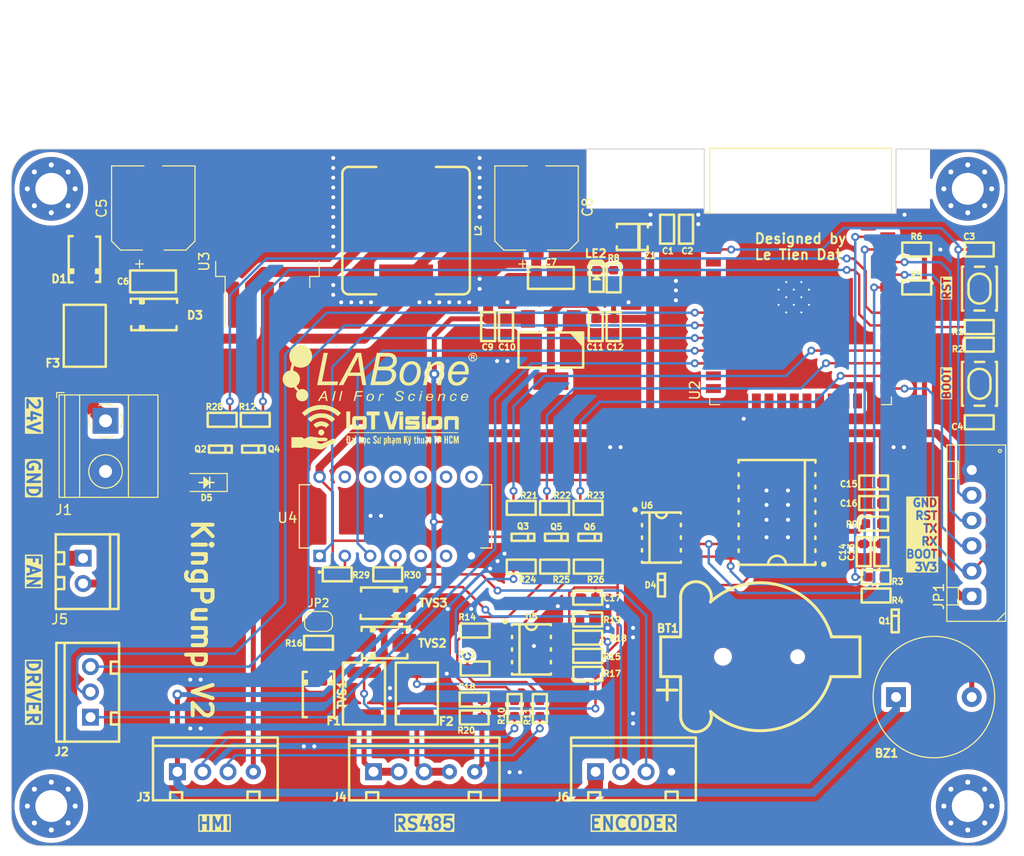
<source format=kicad_pcb>
(kicad_pcb (version 20221018) (generator pcbnew)
  (layers (0 "F.Cu" signal) (31 "B.Cu" signal) (34 "B.Paste" user) (35 "F.Paste" user) (36 "B.SilkS" user "B.Silkscreen") (37 "F.SilkS" user "F.Silkscreen") (38 "B.Mask" user) (39 "F.Mask" user) (44 "Edge.Cuts" user))
  (net 0 "")
  (net 1 "/esp32/BOOT")
  (net 2 "GND")
  (net 3 "Net-(BT1-+)")
  (net 4 "+5V")
  (net 5 "Net-(BZ1-+)")
  (net 6 "+24V")
  (net 7 "+3V3")
  (net 8 "/esp32/RST")
  (net 9 "Net-(J1-Pin_1)")
  (net 10 "Net-(IC1-VBAT)")
  (net 11 "Net-(TVS1-A2)")
  (net 12 "Net-(J4-Pin_1)")
  (net 14 "Net-(IC1-~{INT}{slash}SQW)")
  (net 16 "/esp32/ESP_RXD")
  (net 17 "/esp32/ESP_TXD")
  (net 18 "Net-(Q1-B)")
  (net 19 "/FAN/ENA_FAN")
  (net 20 "/RS485_HMI/espUART.TX")
  (net 21 "/RS485_HMI/TX_485_HMI")
  (net 22 "/RS485_HMI/ENA_HMI")
  (net 23 "/RS485_HMI/espUART.RX")
  (net 24 "/RS485_HMI/RX_485_HMI")
  (net 25 "/RS485_HMI/DE_485_MCU")
  (net 26 "/RS485_HMI/DE_485")
  (net 27 "/esp32/Buzzer")
  (net 28 "Net-(U5-DI)")
  (net 29 "Net-(U5-RO)")
  (net 30 "Net-(U5-A)")
  (net 31 "Net-(U5-B)")
  (net 56 "Net-(LE2-A)")
  (net 57 "/ENCODER/encoder.B")
  (net 58 "/ENCODER/encoder.A")
  (net 59 "/DRIVER/driver.DIR")
  (net 60 "/DRIVER/driver.PUL")
  (net 61 "/DRIVER/driver.ENA")
  (net 62 "/DS3231_EPPROM/i2c.SDA")
  (net 63 "/DS3231_EPPROM/i2c.SCL")
  (net 65 "Net-(D1-A)")
  (net 66 "Net-(D3-K)")
  (net 67 "Net-(J5-Pin_2)")
  (net 68 "Net-(JP2-Pin_1)")
  (net 69 "Net-(JP2-Pin_2)")
  (net 70 "Net-(J4-Pin_5)")
  (net 71 "Net-(J4-Pin_3)")
  (net 72 "Net-(J3-Pin_2)")
  (net 73 "Net-(J3-Pin_3)")
  (net 74 "Net-(J3-Pin_4)")
  (net 75 "Net-(J6-Pin_2)")
  (net 76 "Net-(J6-Pin_3)")
  (footprint "IVS_FOOTPRINTS:SOT23-3" (layer "F.Cu") (at 91.35 89 180)
    (fp_text reference "Q3")
    (fp_text value "N_Mosfet")
  )
  (footprint "IVS_FOOTPRINTS:R_0603" (layer "F.Cu") (at 97.85 100.911392 180)
    (fp_text reference "R15")
    (fp_text value "10K")
  )
  (footprint "IVS_FOOTPRINTS:C_0603" (layer "F.Cu") (at 86.45 105.3)
    (fp_text reference "C18")
    (fp_text value "100nF")
  )
  (footprint "IVS_FOOTPRINTS:Conn_XH-P2.54mm-4P" (layer "F.Cu") (at 102.443 112.55 90)
    (fp_text reference "J6")
    (fp_text value "Conn_01x04")
  )
  (footprint "IVS_FOOTPRINTS:R_0603" (layer "F.Cu") (at 72.7 92.72 180)
    (fp_text reference "R29")
    (fp_text value "4k7")
  )
  (footprint "IVS_FOOTPRINTS:CP_Alu_SMD_8x10.5mm" (layer "F.Cu") (at 54.15 55.9 90)
    (fp_text reference "C5")
    (fp_text value "220uF")
  )
  (footprint "IVS_FOOTPRINTS:CP_Alu_SMD_8x10.5mm" (layer "F.Cu") (at 92.625 55.9 90)
    (fp_text reference "C8")
    (fp_text value "220uF 35V")
  )
  (footprint "IVS_FOOTPRINTS:SOT23-3" (layer "F.Cu") (at 98.05 89 180)
    (fp_text reference "Q6")
    (fp_text value "N_Mosfet")
  )
  (footprint "IVS_FOOTPRINTS:C_0603" (layer "F.Cu") (at 127.325 90.45 -90)
    (fp_text reference "C13")
    (fp_text value "10uF")
  )
  (footprint "IVS_FOOTPRINTS:Fuse_1812_4532Metric" (layer "F.Cu") (at 75.4 104.7 -90)
    (fp_text reference "F1")
    (fp_text value "Polyfuse" hide)
  )
  (footprint "IVS_FOOTPRINTS:IoTVision_Logo_18x5" (layer "F.Cu") (at 76.5 77.95)
    (fp_text reference "REF**" hide)
    (fp_text value "LOGO" hide)
  )
  (footprint "IVS_FOOTPRINTS:SOT233" (layer "F.Cu") (at 94.3 70.25 180)
    (fp_text reference "U1" hide)
    (fp_text value "AMS1117")
  )
  (footprint "IVS_FOOTPRINTS:C_0603" (layer "F.Cu") (at 126.55 83.5 180)
    (fp_text reference "C15")
    (fp_text value "10uF")
  )
  (footprint "IVS_FOOTPRINTS:C_1206" (layer "F.Cu") (at 94.15 62.95)
    (fp_text reference "C7")
    (fp_text value "100nF")
  )
  (footprint "IVS_FOOTPRINTS:D_SMA" (layer "F.Cu") (at 77.5 95.6 180)
    (fp_text reference "TVS3")
    (fp_text value "D_TVS")
  )
  (footprint "IVS_FOOTPRINTS:Buzzer_12x9.5RM7.6" (layer "F.Cu") (at 128.8 105.05)
    (fp_text reference "BZ1")
    (fp_text value "Buzzer")
  )
  (footprint "Package_TO_SOT_SMD:TO-263-5_TabPin3" (layer "F.Cu") (at 65.7 57.975 90)
    (fp_text reference "U3")
    (fp_text value "LM2596S-5")
  )
  (footprint "IVS_FOOTPRINTS:C_0603" (layer "F.Cu") (at 126.55 85.5664)
    (fp_text reference "C16")
    (fp_text value "100nF")
  )
  (footprint "IVS_FOOTPRINTS:R_0603" (layer "F.Cu") (at 86.45 107.1)
    (fp_text reference "R20")
    (fp_text value "1M")
  )
  (footprint "IVS_FOOTPRINTS:SOT23-3" (layer "F.Cu") (at 94.7 89 180)
    (fp_text reference "Q5")
    (fp_text value "N_Mosfet")
  )
  (footprint "IVS_FOOTPRINTS:D_SMA" (layer "F.Cu") (at 47.35 61.2 90)
    (fp_text reference "D1")
    (fp_text value "SS56")
  )
  (footprint "IVS_FOOTPRINTS:R_0603" (layer "F.Cu") (at 97.85 99.086392)
    (fp_text reference "R18")
    (fp_text value "120R")
  )
  (footprint "IVS_FOOTPRINTS:C_0603" (layer "F.Cu") (at 137.15 77.45 180)
    (fp_text reference "C4")
    (fp_text value "100nF")
  )
  (footprint "IVS_FOOTPRINTS:R_0603" (layer "F.Cu") (at 94.525 91.95 180)
    (fp_text reference "R25")
    (fp_text value "4k7")
  )
  (footprint "IVS_FOOTPRINTS:R_0603" (layer "F.Cu") (at 126.8 93.000267)
    (fp_text reference "R3")
    (fp_text value "470R")
  )
  (footprint "IVS_FOOTPRINTS:SOIC-8_3.9x4.9mm_P1.27mm" (layer "F.Cu") (at 105.25 89.04)
    (fp_text reference "U6")
    (fp_text value "24LC256" hide)
  )
  (footprint "IVS_FOOTPRINTS:R_0603" (layer "F.Cu") (at 97.85 97.261392 180)
    (fp_text reference "R19")
    (fp_text value "10K")
  )
  (footprint "IVS_FOOTPRINTS:SW_SPST_PTS810" (layer "F.Cu") (at 137.15 73.55 -90)
    (fp_text reference "BOOT1" hide)
    (fp_text value "SW_Push" hide)
  )
  (footprint "IVS_FOOTPRINTS:R_0603" (layer "F.Cu") (at 130.875 60.1 180)
    (fp_text reference "R6")
    (fp_text value "4K7")
  )
  (footprint "IVS_FOOTPRINTS:SOT23-3" (layer "F.Cu") (at 64.3 80.15 180)
    (fp_text reference "Q4")
    (fp_text value "N_Mosfet")
  )
  (footprint "IVS_FOOTPRINTS:D_SMA" (layer "F.Cu") (at 54.175 66.65)
    (fp_text reference "D3")
    (fp_text value "SS34")
  )
  (footprint "IVS_FOOTPRINTS:R_0603" (layer "F.Cu") (at 91.175 86.05 180)
    (fp_text reference "R21")
    (fp_text value "4k7")
  )
  (footprint "IVS_FOOTPRINTS:C_0603" (layer "F.Cu") (at 87.85 67.84 -90)
    (fp_text reference "C9")
    (fp_text value "10uF")
  )
  (footprint "IVS_FOOTPRINTS:MountingHole_3.2mm_M3_Pad_Via" (layer "F.Cu") (at 136 116)
    (fp_text reference "H4" hide)
    (fp_text value "MountingHole")
  )
  (footprint "IVS_FOOTPRINTS:C_0603" (layer "F.Cu") (at 89.64681 67.84 -90)
    (fp_text reference "C10")
    (fp_text value "100nF")
  )
  (footprint "IVS_FOOTPRINTS:R_0603" (layer "F.Cu") (at 94.525 86.05 180)
    (fp_text reference "R22")
    (fp_text value "4k7")
  )
  (footprint "IVS_FOOTPRINTS:C_0603" (layer "F.Cu") (at 137.15 60.1)
    (fp_text reference "C3")
    (fp_text value "100nF")
  )
  (footprint "IVS_FOOTPRINTS:R_0603" (layer "F.Cu") (at 126.55 87.6328 180)
    (fp_text reference "R9")
    (fp_text value "10k")
  )
  (footprint "IVS_FOOTPRINTS:R_0603" (layer "F.Cu") (at 97.9 91.95 180)
    (fp_text reference "R26")
    (fp_text value "4k7")
  )
  (footprint "IVS_FOOTPRINTS:R_0603" (layer "F.Cu") (at 61.15 77.2 180)
    (fp_text reference "R28")
    (fp_text value "1M")
  )
  (footprint "IVS_FOOTPRINTS:R_0603" (layer "F.Cu") (at 86.55 98.371392)
    (fp_text reference "R14")
    (fp_text value "120R")
  )
  (footprint "IVS_FOOTPRINTS:D_SMA" (layer "F.Cu") (at 77.35 99.6)
    (fp_text reference "TVS2")
    (fp_text value "D_TVS")
  )
  (footprint "IVS_FOOTPRINTS:R_0603" (layer "F.Cu") (at 90.5 106.2 -90)
    (fp_text reference "R10")
    (fp_text value "100R")
  )
  (footprint "IVS_FOOTPRINTS:SOIC-16W_7.5x10.3mm_P1.27mm" (layer "F.Cu") (at 116.85 86.5 180)
    (fp_text reference "IC1" hide)
    (fp_text value "RTC_DS3231M" hide)
  )
  (footprint "IVS_FOOTPRINTS:C_1206" (layer "F.Cu") (at 54.2125 63.3 180)
    (fp_text reference "C6")
    (fp_text value "100nF")
  )
  (footprint "IVS_FOOTPRINTS:R_0603" (layer "F.Cu") (at 93.04 106.2 -90)
    (fp_text reference "R11")
    (fp_text value "100R")
  )
  (footprint "IVS_FOOTPRINTS:R_0603" (layer "F.Cu") (at 137.15 69.65)
    (fp_text reference "R2")
    (fp_text value "10K")
  )
  (footprint "IVS_FOOTPRINTS:D_SMA" (layer "F.Cu") (at 70.8 104.6675 -90)
    (fp_text reference "TVS1")
    (fp_text value "D_TVS")
  )
  (footprint "74HC14:DIP794W45P254L1930H508Q14" (layer "F.Cu") (at 78.55 86.9 90)
    (fp_text reference "U4")
    (fp_text value "SN74HC14N")
  )
  (footprint "IVS_FOOTPRINTS:Conn_XH-P2.54mm-2P" (layer "F.Cu") (at 47.295 92.445)
    (fp_text reference "J5")
    (fp_text value "Conn_01x02")
  )
  (footprint "IVS_FOOTPRINTS:R_0603" (layer "F.Cu") (at 130.875 63.91 180)
    (fp_text reference "R5")
    (fp_text value "4K7")
  )
  (footprint "IVS_FOOTPRINTS:MountingHole_3.2mm_M3_Pad_Via" (layer "F.Cu") (at 44 116)
    (fp_text reference "H2" hide)
    (fp_text value "MountingHole")
  )
  (footprint "IVS_FOOTPRINTS:XH_6P_2.54mm_Vertical" (layer "F.Cu") (at 136.4 94.94 90)
    (fp_text reference "JP1")
    (fp_text value "Conn_01x06_Male")
  )
  (footprint "Jumper:SolderJumper-2_P1.3mm_Open_RoundedPad1.0x1.5mm" (layer "F.Cu") (at 70.825 97.45 180)
    (fp_text reference "JP2")
    (fp_text value "Conn_01x02_Male")
  )
  (footprint "IVS_FOOTPRINTS:SOT23-3" (layer "F.Cu") (at 105.25 93.8 -90)
    (fp_text reference "D4")
    (fp_text value "BAT54C")
  )
  (footprint "IVS_FOOTPRINTS:BatteryHolder_CR1220" (layer "F.Cu") (at 115.175 100.999998 180)
    (fp_text reference "BT1")
    (fp_text value "Battery_Cell" hide)
  )
  (footprint "IVS_FOOTPRINTS:SOT23-3" (layer "F.Cu") (at 60.975 80.15 180)
    (fp_text reference "Q2")
    (fp_text value "N_Mosfet")
  )
  (footprint "IVS_FOOTPRINTS:D_SOD-123F" (layer "F.Cu") (at 102.3675 58.83 180)
    (fp_text reference "Z1")
    (fp_text value "D_Zener" hide)
  )
  (footprint "IVS_FOOTPRINTS:L_Bourns_SRR1260" (layer "F.Cu") (at 79.616666 58.2 -90)
    (fp_text reference "L2")
    (fp_text value "33uH" hide)
  )
  (footprint "IVS_FOOTPRINTS:Conn_XH-P2.54mm-4P" (layer "F.Cu") (at 60.471 112.55 90)
    (fp_text reference "J3")
    (fp_text value "Conn_01x04")
  )
  (footprint "IVS_FOOTPRINTS:R_0603" (layer "F.Cu") (at 91.175 91.95 180)
    (fp_text reference "R24")
    (fp_text value "4k7")
  )
  (footprint "IVS_FOOTPRINTS:Conn_XH-P2.54mm-3P" (layer "F.Cu") (at 47.935 104.535 180)
    (fp_text reference "J2")
    (fp_text value "Conn_01x03")
  )
  (footprint "IVS_FOOTPRINTS:SOT23-3" (layer "F.Cu") (at 128.7125 97.4 -90)
    (fp_text reference "Q1")
    (fp_text value "NPN")
  )
  (footprint "Logo_LABOne_20x6_9mm:LoGo_LABone_20x6_9mm" (layer "F.Cu") (at 76.95 72.5)
    (fp_text reference "G***" hide)
    (fp_text value "LOGO" hide)
  )
  (footprint "IVS_FOOTPRINTS:SOIC-8_3.9x4.9mm_P1.27mm" (layer "F.Cu") (at 92.2 100.276392)
    (fp_text reference "U5")
    (fp_text value "MAX485E" hide)
  )
  (footprint "TerminalBlock_Phoenix:TerminalBlock_Phoenix_MKDS-1,5-2-5.08_1x02_P5.08mm_Horizontal" (layer "F.Cu") (at 49.445 77.305 -90)
    (fp_text reference "J1")
    (fp_text value "Conn_01x02_Pin")
  )
  (footprint "IVS_FOOTPRINTS:R_0603" (layer "F.Cu") (at 137.15 67.8875)
    (fp_text reference "R1")
    (fp_text value "10K")
  )
  (footprint "IVS_FOOTPRINTS:MountingHole_3.2mm_M3_Pad_Via" (layer "F.Cu") (at 136 54)
    (fp_text reference "H3" hide)
    (fp_text value "MountingHole")
  )
  (footprint "IVS_FOOTPRINTS:Fuse_1812_4532Metric" (layer "F.Cu") (at 47.35 68.7625 90)
    (fp_text reference "F3")
    (fp_text value "Polyfuse" hide)
  )
  (footprint "IVS_FOOTPRINTS:R_0603" (layer "F.Cu") (at 70.825 99.6 180)
    (fp_text reference "R16")
    (fp_text value "120R")
  )
  (footprint "IVS_FOOTPRINTS:Fuse_1812_4532Metric" (layer "F.Cu") (at 80.7 104.7 -90)
    (fp_text reference "F2")
    (fp_text value "Polyfuse" hide)
  )
  (footprint "IVS_FOOTPRINTS:R_0603" (layer "F.Cu") (at 77.775 92.72 180)
    (fp_text reference "R30")
    (fp_text value "4k7")
  )
  (footprint "Conn_XH-P2.54-5P:Conn_XH-P2.54mm-5P" (layer "F.Cu") (at 81.457 112.265 90)
    (fp_text reference "J4")
    (fp_text value "Conn_01x05_Male")
  )
  (footprint "IVS_FOOTPRINTS:R_0603" (layer "F.Cu") (at 97.85 102.717088)
    (fp_text reference "R17")
    (fp_text value "120R")
  )
  (footprint "IVS_FOOTPRINTS:R_0603" (layer "F.Cu") (at 86.55 102.181392)
    (fp_text reference "R13")
    (fp_text value "120R")
  )
  (footprint "IVS_FOOTPRINTS:C_0603" (layer "F.Cu") (at 125.55 90.45 90)
    (fp_text reference "C14")
    (fp_text value "100nF")
  )
  (footprint "IVS_FOOTPRINTS:MountingHole_3.2mm_M3_Pad_Via" (layer "F.Cu") (at 44 54)
    (fp_text reference "H1" hide)
    (fp_text value "MountingHole")
  )
  (footprint "IVS_FOOTPRINTS:SOD-123F" (layer "F.Cu") (at 59.58 83.5 180)
    (fp_text reference "D5")
    (fp_text value "D_Diode")
  )
  (footprint "IVS_FOOTPRINTS:C_0603" (layer "F.Cu") (at 98.65 67.84 -90)
    (fp_text reference "C11")
    (fp_text value "10uF")
  )
  (footprint "IVS_FOOTPRINTS:SW_SPST_PTS810" (layer "F.Cu") (at 137.15 63.9875 -90)
    (fp_text reference "RST1" hide)
    (fp_text value "SW_Push" hide)
  )
  (footprint "IVS_FOOTPRINTS:C_0603" (layer "F.Cu") (at 107.7175 58.055 90)
    (fp_text reference "C2")
    (fp_text value "100nF")
  )
  (footprint "IVS_FOOTPRINTS:R_0603" (layer "F.Cu") (at 126.8 94.85 180)
    (fp_text reference "R4")
    (fp_text value "10K")
  )
  (footprint "IVS_FOOTPRINTS:R_0603" (layer "F.Cu") (at 97.875 86.05 180)
    (fp_text reference "R23")
    (fp_text value "4k7")
  )
  (footprint "IVS_FOOTPRINTS:C_0603" (layer "F.Cu") (at 100.44681 67.84 -90)
    (fp_text reference "C12")
    (fp_text value "100nF")
  )
  (footprint "IVS_FOOTPRINTS:R_0603" (layer "F.Cu") (at 64.475 77.2)
    (fp_text reference "R12")
    (fp_text value "100R")
  )
  (footprint "IVS_FOOTPRINTS:C_0603" (layer "F.Cu") (at 105.8175 58.055 90)
    (fp_text reference "C1")
    (fp_text value "10uF")
  )
  (footprint "IVS_FOOTPRINTS:LED_0603" (layer "F.Cu") (at 98.75 62.95 -90)
    (fp_text reference "LE2")
    (fp_text value "Led")
  )
  (footprint "RF_Module:ESP32-WROOM-32" (layer "F.Cu") (at 119.2175 65.8)
    (fp_text reference "U2")
    (fp_text value "ESP32-WROOM-32D")
  )
  (footprint "IVS_FOOTPRINTS:C_0603" (layer "F.Cu") (at 97.85 95.075 180)
    (fp_text reference "C17")
    (fp_text value "1uF")
  )
  (footprint "IVS_FOOTPRINTS:R_0603" (layer "F.Cu") (at 100.44681 62.95 90)
    (fp_text reference "R8")
    (fp_text value "1K5")
  )
  (gr_line (start 109.55 56.475) (end 128.8 56.475) (stroke (width 0.1)) (layer "Edge.Cuts"))
  (gr_arc (start 140 117) (mid 139.12132 119.12132) (end 137 120) (stroke (width 0.1)) (layer "Edge.Cuts"))
  (gr_line (start 140 117) (end 140 53) (stroke (width 0.1)) (layer "Edge.Cuts"))
  (gr_arc (start 137 50) (mid 139.12132 50.87868) (end 140 53) (stroke (width 0.1)) (layer "Edge.Cuts"))
  (gr_line (start 128.8 56.475) (end 128.8 50) (stroke (width 0.1)) (layer "Edge.Cuts"))
  (gr_line (start 128.8 50) (end 137 50) (stroke (width 0.1)) (layer "Edge.Cuts"))
  (gr_line (start 109.55 50) (end 109.55 56.475) (stroke (width 0.1)) (layer "Edge.Cuts"))
  (gr_line (start 40 53) (end 40 117) (stroke (width 0.1)) (layer "Edge.Cuts"))
  (gr_line (start 43 120) (end 137 120) (stroke (width 0.1)) (layer "Edge.Cuts"))
  (gr_line (start 43 50) (end 109.55 50) (stroke (width 0.1)) (layer "Edge.Cuts"))
  (gr_arc (start 40 53) (mid 40.87868 50.87868) (end 43 50) (stroke (width 0.1)) (layer "Edge.Cuts"))
  (gr_arc (start 43 120) (mid 40.87868 119.12132) (end 40 117) (stroke (width 0.1)) (layer "Edge.Cuts"))
  (gr_text "KingPump V2\n" (at 57.925 87 270) (layer "F.SilkS") (effects (font (size 2 2) (thickness 0.4) bold) (justify left bottom)))
  (gr_text "DRIVER" (at 41.45 101.103691 270) (layer "F.SilkS" knockout) (effects (font (size 1.25 1.25) (thickness 0.25) bold) (justify left bottom)))
  (gr_text "RS485\n" (at 78.263548 118.5) (layer "F.SilkS" knockout) (effects (font (size 1.25 1.25) (thickness 0.25) bold) (justify left bottom)))
  (gr_text "HMI" (at 58.557309 118.5) (layer "F.SilkS" knockout) (effects (font (size 1.25 1.25) (thickness 0.25) bold) (justify left bottom)))
  (gr_text "RST" (at 134.35 65.243215 90) (layer "F.SilkS" knockout) (effects (font (size 0.8 0.8) (thickness 0.2) bold) (justify left bottom)))
  (gr_text "GND\nRST\nTX\nRX\nBOOT\n3V3" (at 133.05 92.45) (layer "F.SilkS" knockout) (effects (font (size 0.8 0.8) (thickness 0.2) bold) (justify right bottom)))
  (gr_text "Designed by\nLe Tien Dat" (at 114.496071 61.2) (layer "F.SilkS") (effects (font (size 1 1) (thickness 0.2) bold) (justify left bottom)))
  (gr_text "BOOT" (at 134.35 75.262857 90) (layer "F.SilkS" knockout) (effects (font (size 0.8 0.8) (thickness 0.2) bold) (justify left bottom)))
  (gr_text "GND\n" (at 41.45 81 270) (layer "F.SilkS" knockout) (effects (font (size 1.25 1.25) (thickness 0.25) bold) (justify left bottom)))
  (gr_text "24V" (at 41.45 74.85 270) (layer "F.SilkS" knockout) (effects (font (size 1.25 1.25) (thickness 0.25) bold) (justify left bottom)))
  (gr_text "ENCODER\n" (at 97.940024 118.5) (layer "F.SilkS" knockout) (effects (font (size 1.25 1.25) (thickness 0.25) bold) (justify left bottom)))
  (gr_text "FAN" (at 41.45 90.541309 270) (layer "F.SilkS" knockout) (effects (font (size 1.25 1.25) (thickness 0.25) bold) (justify left bottom)))
  (segment (start 138.25 75.8875) (end 138.25 77.125) (width 0.25) (layer "F.Cu") (net 1))
  (segment (start 138.25 71.2375) (end 138.25 69.975) (width 0.25) (layer "F.Cu") (net 1))
  (segment (start 138.25 75.8875) (end 138.25 71.2375) (width 0.25) (layer "F.Cu") (net 1))
  (segment (start 138.25 69.975) (end 137.925 69.65) (width 0.25) (layer "F.Cu") (net 1))
  (segment (start 137.925 77.45) (end 137.925 90.875) (width 0.25) (layer "F.Cu") (net 1))
  (segment (start 127.9775 74.06) (end 129.64 74.06) (width 0.25) (layer "F.Cu") (net 1))
  (segment (start 137.925 90.875) (end 136.4 92.4) (width 0.25) (layer "F.Cu") (net 1))
  (segment (start 138.25 77.125) (end 137.925 77.45) (width 0.25) (layer "F.Cu") (net 1))
  (segment (start 129.64 74.06) (end 129.65 74.07) (width 0.25) (layer "F.Cu") (net 1))
  (via blind (at 129.65 74.07) (size 0.8) (drill 0.4) (layers "F.Cu" "B.Cu") (net 1))
  (segment (start 132.5 89.45) (end 132.5 74.65) (width 0.25) (layer "B.Cu") (net 1))
  (segment (start 135.45 92.4) (end 132.5 89.45) (width 0.25) (layer "B.Cu") (net 1))
  (segment (start 136.4 92.4) (end 135.45 92.4) (width 0.25) (layer "B.Cu") (net 1))
  (segment (start 131.92 74.07) (end 129.65 74.07) (width 0.25) (layer "B.Cu") (net 1))
  (segment (start 132.5 74.65) (end 131.92 74.07) (width 0.25) (layer "B.Cu") (net 1))
  (segment (start 113.5075 75.31) (end 113.5075 77.1) (width 0.25) (layer "F.Cu") (net 2))
  (via blind (at 72.3 54.85) (size 0.8) (drill 0.4) (layers "F.Cu" "B.Cu") (net 2))
  (via blind (at 85.95 65.4) (size 0.8) (drill 0.4) (layers "F.Cu" "B.Cu") (net 2))
  (via blind (at 72.3 55.85) (size 0.8) (drill 0.4) (layers "F.Cu" "B.Cu") (net 2))
  (via blind (at 87 64.05) (size 0.8) (drill 0.4) (layers "F.Cu" "B.Cu") (net 2))
  (via blind (at 72.3 56.833333) (size 0.8) (drill 0.4) (layers "F.Cu" "B.Cu") (net 2))
  (via blind (at 78 104.15) (size 0.8) (drill 0.4) (layers "F.Cu" "B.Cu") (net 2))
  (via blind (at 70.4 110) (size 0.8) (drill 0.4) (layers "F.Cu" "B.Cu") (net 2))
  (via blind (at 87 52.883333) (size 0.8) (drill 0.4) (layers "F.Cu" "B.Cu") (net 2))
  (via blind (at 102.4 99.05) (size 0.8) (drill 0.4) (layers "F.Cu" "B.Cu") (net 2))
  (via blind (at 99.85 95.925) (size 0.8) (drill 0.4) (layers "F.Cu" "B.Cu") (net 2))
  (via blind (at 90 112.6) (size 0.8) (drill 0.4) (layers "F.Cu" "B.Cu") (net 2))
  (via blind (at 72.3 57.816666) (size 0.8) (drill 0.4) (layers "F.Cu" "B.Cu") (net 2))
  (via blind (at 100.1 79.95) (size 0.8) (drill 0.4) (layers "F.Cu" "B.Cu") (net 2))
  (via blind (at 89.8 65.4) (size 0.8) (drill 0.4) (layers "F.Cu" "B.Cu") (net 2))
  (via blind (at 87 54.85) (size 0.8) (drill 0.4) (layers "F.Cu" "B.Cu") (net 2))
  (via blind (at 57.95 108.2) (size 0.8) (drill 0.4) (layers "F.Cu" "B.Cu") (net 2))
  (via blind (at 59 103.3) (size 0.8) (drill 0.4) (layers "F.Cu" "B.Cu") (net 2))
  (via blind (at 108.95 57.55) (size 0.8) (drill 0.4) (layers "F.Cu" "B.Cu") (net 2))
  (via blind (at 88.8 91.4) (size 0.8) (drill 0.4) (layers "F.Cu" "B.Cu") (net 2))
  (via blind (at 88.05 92.15) (size 0.8) (drill 0.4) (layers "F.Cu" "B.Cu") (net 2))
  (via blind (at 129.6 79.95) (size 0.8) (drill 0.4) (layers "F.Cu" "B.Cu") (net 2))
  (via blind (at 72.3 51.9) (size 0.8) (drill 0.4) (layers "F.Cu" "B.Cu") (net 2))
  (via blind (at 115.8 89) (size 0.8) (drill 0.4) (layers "F.Cu" "B.Cu") (net 2))
  (via blind (at 83.95 65.4) (size 0.8) (drill 0.4) (layers "F.Cu" "B.Cu") (net 2))
  (via blind (at 133.25 60.1) (size 0.8) (drill 0.4) (layers "F.Cu" "B.Cu") (net 2))
  (via blind (at 102.4 107.7) (size 0.8) (drill 0.4) (layers "F.Cu" "B.Cu") (net 2))
  (via blind (at 82.95 65.4) (size 0.8) (drill 0.4) (layers "F.Cu" "B.Cu") (net 2))
  (via blind (at 115.8 84.3) (size 0.8) (drill 0.4) (layers "F.Cu" "B.Cu") (net 2))
  (via blind (at 77.1 86.85) (size 0.8) (drill 0.4) (layers "F.Cu" "B.Cu") (net 2))
  (via blind (at 80.95 65.4) (size 0.8) (drill 0.4) (layers "F.Cu" "B.Cu") (net 2))
  (via blind (at 72.3 53.866666) (size 0.8) (drill 0.4) (layers "F.Cu" "B.Cu") (net 2))
  (via blind (at 106.7 63.25) (size 0.8) (drill 0.4) (layers "F.Cu" "B.Cu") (net 2))
  (via blind (at 117.95 89) (size 0.8) (drill 0.4) (layers "F.Cu" "B.Cu") (net 2))
  (via blind (at 113.5075 77.1) (size 0.8) (drill 0.4) (layers "F.Cu" "B.Cu") (net 2))
  (via blind (at 87 51.9) (size 0.8) (drill 0.4) (layers "F.Cu" "B.Cu") (net 2))
  (via blind (at 106.7 65.2) (size 0.8) (drill 0.4) (layers "F.Cu" "B.Cu") (net 2))
  (via blind (at 101.95 65.4) (size 0.8) (drill 0.4) (layers "F.Cu" "B.Cu") (net 2))
  (via blind (at 101.15 79.95) (size 0.8) (drill 0.4) (layers "F.Cu" "B.Cu") (net 2))
  (via blind (at 115.8 87.25) (size 0.8) (drill 0.4) (layers "F.Cu" "B.Cu") (net 2))
  (via blind (at 73.1 65.4) (size 0.8) (drill 0.4) (layers "F.Cu" "B.Cu") (net 2))
  (via blind (at 81.966666 65.4) (size 0.8) (drill 0.4) (layers "F.Cu" "B.Cu") (net 2))
  (via blind (at 104.15 56.6) (size 0.8) (drill 0.4) (layers "F.Cu" "B.Cu") (net 2))
  (via blind (at 87 63.05) (size 0.8) (drill 0.4) (layers "F.Cu" "B.Cu") (net 2))
  (via blind (at 117.95 85.75) (size 0.8) (drill 0.4) (layers "F.Cu" "B.Cu") (net 2))
  (via blind (at 86.15 96.2) (size 0.8) (drill 0.4) (layers "F.Cu" "B.Cu") (net 2))
  (via blind (at 88.75 71.3) (size 0.8) (drill 0.4) (layers "F.Cu" "B.Cu") (net 2))
  (via blind (at 72.3 50.9) (size 0.8) (drill 0.4) (layers "F.Cu" "B.Cu") (net 2))
  (via blind (at 89.8 71.3) (size 0.8) (drill 0.4) (layers "F.Cu" "B.Cu") (net 2))
  (via blind (at 76.1 65.4) (size 0.8) (drill 0.4) (layers "F.Cu" "B.Cu") (net 2))
  (via blind (at 91.05 112.6) (size 0.8) (drill 0.4) (layers "F.Cu" "B.Cu") (net 2))
  (via blind (at 129.65 56.6) (size 0.8) (drill 0.4) (layers "F.Cu" "B.Cu") (net 2))
  (via blind (at 59 108.2) (size 0.8) (drill 0.4) (layers "F.Cu" "B.Cu") (net 2))
  (via blind (at 72.3 64.65) (size 0.8) (drill 0.4) (layers "F.Cu" "B.Cu") (net 2))
  (via blind (at 75.1 65.4) (size 0.8) (drill 0.4) (layers "F.Cu" "B.Cu") (net 2))
  (via blind (at 87 56.833333) (size 0.8) (drill 0.4) (layers "F.Cu" "B.Cu") (net 2))
  (via blind (at 78 105.15) (size 0.8) (drill 0.4) (layers "F.Cu" "B.Cu") (net 2))
  (via blind (at 89.5 90.65) (size 0.8) (drill 0.4) (layers "F.Cu" "B.Cu") (net 2))
  (via blind (at 57.95 103.3) (size 0.8) (drill 0.4) (layers "F.Cu" "B.Cu") (net 2))
  (via blind (at 72.3 52.883333) (size 0.8) (drill 0.4) (layers "F.Cu" "B.Cu") (net 2))
  (via blind (at 99.85 98.125) (size 0.8) (drill 0.4) (layers "F.Cu" "B.Cu") (net 2))
  (via blind (at 83.8 96.2) (size 0.8) (drill 0.4) (layers "F.Cu" "B.Cu") (net 2))
  (via blind (at 102.4 98.1) (size 0.8) (drill 0.4) (layers "F.Cu" "B.Cu") (net 2))
  (via blind (at 72.3 58.8) (size 0.8) (drill 0.4) (layers "F.Cu" "B.Cu") (net 2))
  (via blind (at 76.05 86.85) (size 0.8) (drill 0.4) (layers "F.Cu" "B.Cu") (net 2))
  (via blind (at 87 50.9) (size 0.8) (drill 0.4) (layers "F.Cu" "B.Cu") (net 2))
  (via blind (at 106.7 64.2) (size 0.8) (drill 0.4) (layers "F.Cu" "B.Cu") (net 2))
  (via blind (at 87 55.85) (size 0.8) (drill 0.4) (layers "F.Cu" "B.Cu") (net 2))
  (via blind (at 117.95 87.25) (size 0.8) (drill 0.4) (layers "F.Cu" "B.Cu") (net 2))
  (via blind (at 69.35 110) (size 0.8) (drill 0.4) (layers "F.Cu" "B.Cu") (net 2))
  (via blind (at 74.116666 65.4) (size 0.8) (drill 0.4) (layers "F.Cu" "B.Cu") (net 2))
  (via blind (at 108.95 56.6) (size 0.8) (drill 0.4) (layers "F.Cu" "B.Cu") (net 2))
  (via blind (at 117.95 84.3) (size 0.8) (drill 0.4) (layers "F.Cu" "B.Cu") (net 2))
  (via blind (at 92.45 99.925) (size 0.8) (drill 0.4) (layers "F.Cu" "B.Cu") (net 2))
  (via blind (at 84.95 65.4) (size 0.8) (drill 0.4) (layers "F.Cu" "B.Cu") (net 2))
  (via blind (at 128.55 79.95) (size 0.8) (drill 0.4) (layers "F.Cu" "B.Cu") (net 2))
  (via blind (at 104.15 57.55) (size 0.8) (drill 0.4) (layers "F.Cu" "B.Cu") (net 2))
  (via blind (at 72.3 63.666666) (size 0.8) (drill 0.4) (layers "F.Cu" "B.Cu") (net 2))
  (via blind (at 72.3 59.8) (size 0.8) (drill 0.4) (layers "F.Cu" "B.Cu") (net 2))
  (via blind (at 87 53.866666) (size 0.8) (drill 0.4) (layers "F.Cu" "B.Cu") (net 2))
  (via blind (at 83.7 102.7) (size 0.8) (drill 0.4) (layers "F.Cu" "B.Cu") (net 2))
  (via blind (at 115.8 85.75) (size 0.8) (drill 0.4) (layers "F.Cu" "B.Cu") (net 2))
  (via blind (at 94.85 95.925) (size 0.8) (drill 0.4) (layers "F.Cu" "B.Cu") (net 2))
  (via blind (at 102.4 106.7) (size 0.8) (drill 0.4) (layers "F.Cu" "B.Cu") (net 2))
  (segment (start 107.7506 97.8506) (end 107.7506 100.5) (width 0.5) (layer "F.Cu") (net 3))
  (segment (start 104.65 94.75) (end 107.7506 97.8506) (width 0.5) (layer "F.Cu") (net 3))
  (segment (start 91.4 88.95) (end 94.65 88.95) (width 0.25) (layer "F.Cu") (net 4))
  (segment (start 92.675 62.95) (end 89.95 62.95) (width 1) (layer "F.Cu") (net 4))
  (segment (start 94.675 98.371392) (end 95.728608 98.371392) (width 0.25) (layer "F.Cu") (net 4))
  (segment (start 56.661 104.8) (end 56.661 112.55) (width 0.5) (layer "F.Cu") (net 4))
  (segment (start 89.95 62.95) (end 87.85 65.05) (width 1) (layer "F.Cu") (net 4))
  (segment (start 98.75 89.5) (end 98.75 91.875) (width 0.25) (layer "F.Cu") (net 4))
  (segment (start 67.4 68.1) (end 68.35 69.05) (width 1) (layer "F.Cu") (net 4))
  (segment (start 91.4 88.95) (end 92.1 88.95) (width 0.25) (layer "F.Cu") (net 4))
  (segment (start 67.4 65.625) (end 67.4 68.1) (width 1) (layer "F.Cu") (net 4))
  (segment (start 92.675 59.1) (end 92.675 62.95) (width 1) (layer "F.Cu") (net 4))
  (segment (start 100.85 92.85) (end 99.95 91.95) (width 0.25) (layer "F.Cu") (net 4))
  (segment (start 75.4 69.05) (end 79.616666 64.833334) (width 1) (layer "F.Cu") (net 4))
  (segment (start 79.616666 64.833334) (end 79.616666 63.05) (width 1) (layer "F.Cu") (net 4))
  (segment (start 79.616666 63.05) (end 83.566666 59.1) (width 1) (layer "F.Cu") (net 4))
  (segment (start 100.85 99.55) (end 100.85 92.85) (width 0.25) (layer "F.Cu") (net 4))
  (segment (start 87.85 65.05) (end 87.85 67.065) (width 1) (layer "F.Cu") (net 4))
  (segment (start 84.135 67.065) (end 87.85 67.065) (width 0.5) (layer "F.Cu") (net 4))
  (segment (start 99.488608 100.911392) (end 100.85 99.55) (width 0.25) (layer "F.Cu") (net 4))
  (segment (start 99.95 91.95) (end 98.675 91.95) (width 0.25) (layer "F.Cu") (net 4))
  (segment (start 92.05 91.85) (end 91.95 91.95) (width 0.25) (layer "F.Cu") (net 4))
  (segment (start 98.625 95.075) (end 98.625 94.05) (width 0.25) (layer "F.Cu") (net 4))
  (segment (start 98.625 100.911392) (end 99.488608 100.911392) (width 0.25) (layer "F.Cu") (net 4))
  (segment (start 96 98.1) (end 96 94.575) (width 0.25) (layer "F.Cu") (net 4))
  (segment (start 87.85 67.065) (end 89.64681 67.065) (width 1) (layer "F.Cu") (net 4))
  (segment (start 98.75 91.875) (end 98.675 91.95) (width 0.25) (layer "F.Cu") (net 4))
  (segment (start 82.45 72.6) (end 82.45 68.75) (width 0.5) (layer "F.Cu") (net 4))
  (segment (start 95.45 88.95) (end 95.45 91.8) (width 0.25) (layer "F.Cu") (net 4))
  (segment (start 82.45 68.75) (end 84.135 67.065) (width 0.5) (layer "F.Cu") (net 4))
  (segment (start 92.1 88.95) (end 92.05 89) (width 0.25) (layer "F.Cu") (net 4))
  (segment (start 83.566666 59.1) (end 92.675 59.1) (width 1) (layer "F.Cu") (net 4))
  (segment (start 96.525 94.05) (end 98.625 94.05) (width 0.25) (layer "F.Cu") (net 4))
  (segment (start 94.65 88.95) (end 98.2 88.95) (width 0.25) (layer "F.Cu") (net 4))
  (segment (start 95.728608 98.371392) (end 96 98.1) (width 0.25) (layer "F.Cu") (net 4))
  (segment (start 68.35 69.05) (end 75.4 69.05) (width 1) (layer "F.Cu") (net 4))
  (segment (start 85.75 88.95) (end 91.4 88.95) (width 0.25) (layer "F.Cu") (net 4))
  (segment (start 96 94.575) (end 96.525 94.05) (width 0.25) (layer "F.Cu") (net 4))
  (segment (start 98.2 88.95) (end 98.75 89.5) (width 0.25) (layer "F.Cu") (net 4))
  (segment (start 84.25 87.45) (end 85.75 88.95) (width 0.25) (layer "F.Cu") (net 4))
  (segment (start 89.64681 67.065) (end 91.85 67.065) (width 1) (layer "F.Cu") (net 4))
  (segment (start 92.05 89) (end 92.05 91.85) (width 0.25) (layer "F.Cu") (net 4))
  (segment (start 95.45 91.8) (end 95.3 91.95) (width 0.25) (layer "F.Cu") (net 4))
  (segment (start 82.4 87.45) (end 84.25 87.45) (width 0.25) (layer "F.Cu") (net 4))
  (segment (start 98.625 94.05) (end 100.85 94.05) (width 0.25) (layer "F.Cu") (net 4))
  (segment (start 94.65 88.95) (end 95.45 88.95) (width 0.25) (layer "F.Cu") (net 4))
  (via blind (at 82.4 87.45) (size 0.8) (drill 0.4) (layers "F.Cu" "B.Cu") (net 4))
  (via blind (at 82.45 72.6) (size 1) (drill 0.5) (layers "F.Cu" "B.Cu") (net 4))
  (via blind (at 56.661 104.8) (size 1) (drill 0.5) (layers "F.Cu" "B.Cu") (net 4))
  (segment (start 57.525 114.65) (end 56.661 113.786) (width 0.8) (layer "B.Cu") (net 4))
  (segment (start 56.661 113.786) (end 56.661 112.55) (width 0.8) (layer "B.Cu") (net 4))
  (segment (start 82.4 87.45) (end 82.4 72.65) (width 0.5) (layer "B.Cu") (net 4))
  (segment (start 128.8 105.05) (end 128.8 106.325) (width 0.8) (layer "B.Cu") (net 4))
  (segment (start 82.4 72.65) (end 82.45 72.6) (width 0.5) (layer "B.Cu") (net 4))
  (segment (start 120.475 114.65) (end 57.525 114.65) (width 0.8) (layer "B.Cu") (net 4))
  (segment (start 82.4 93.65) (end 71.25 104.8) (width 0.5) (layer "B.Cu") (net 4))
  (segment (start 82.4 87.45) (end 82.4 93.65) (width 0.5) (layer "B.Cu") (net 4))
  (segment (start 128.8 106.325) (end 120.475 114.65) (width 0.8) (layer "B.Cu") (net 4))
  (segment (start 71.25 104.8) (end 56.661 104.8) (width 0.5) (layer "B.Cu") (net 4))
  (segment (start 131.35 97.4) (end 136.4 102.45) (width 0.5) (layer "F.Cu") (net 5))
  (segment (start 129.85 97.4) (end 131.35 97.4) (width 0.5) (layer "F.Cu") (net 5))
  (segment (start 136.4 102.45) (end 136.4 105.05) (width 0.5) (layer "F.Cu") (net 5))
  (segment (start 47.195 91.105) (end 44.005 91.105) (width 1.5) (layer "F.Cu") (net 6))
  (segment (start 44.005 91.105) (end 44 91.1) (width 1.5) (layer "F.Cu") (net 6))
  (segment (start 44 107.4) (end 54 117.4) (width 1.5) (layer "F.Cu") (net 6))
  (segment (start 47.35 59.1) (end 54.2 59.1) (width 1.5) (layer "F.Cu") (net 6))
  (segment (start 55.6875 63.3) (end 55.6875 60.2125) (width 1.5) (layer "F.Cu") (net 6))
  (segment (start 55.6875 60.2125) (end 54.575 59.1) (width 1.5) (layer "F.Cu") (net 6))
  (segment (start 95.4 117.4) (end 98.633 114.167) (width 1.5) (layer "F.Cu") (net 6))
  (segment (start 53.8 87.1) (end 57.4 83.5) (width 0.8) (layer "F.Cu") (net 6))
  (segment (start 44 89.15) (end 44 91.1) (width 1.5) (layer "F.Cu") (net 6))
  (segment (start 62.3 64.35) (end 62.3 65.625) (width 1) (layer "F.Cu") (net 6))
  (segment (start 44 87.3) (end 44 89.15) (width 1.5) (layer "F.Cu") (net 6))
  (segment (start 61.25 63.3) (end 62.3 64.35) (width 1) (layer "F.Cu") (net 6))
  (segment (start 44 91.1) (end 44 107.4) (width 1.5) (layer "F.Cu") (net 6))
  (segment (start 44.2 87.1) (end 53.8 87.1) (width 0.8) (layer "F.Cu") (net 6))
  (segment (start 44 87.3) (end 44 61.5) (width 1.5) (layer "F.Cu") (net 6))
  (segment (start 54.575 59.1) (end 54.2 59.1) (width 1.5) (layer "F.Cu") (net 6))
  (segment (start 46.4 59.1) (end 47.35 59.1) (width 1.5) (layer "F.Cu") (net 6))
  (segment (start 54 117.4) (end 95.4 117.4) (width 1.5) (layer "F.Cu") (net 6))
  (segment (start 55.6875 63.3) (end 61.25 63.3) (width 1) (layer "F.Cu") (net 6))
  (segment (start 57.4 83.5) (end 58.175 83.5) (width 0.8) (layer "F.Cu") (net 6))
  (segment (start 98.633 114.167) (end 98.633 112.55) (width 1.5) (layer "F.Cu") (net 6))
  (segment (start 44 61.5) (end 46.4 59.1) (width 1.5) (layer "F.Cu") (net 6))
  (segment (start 131.65 78.55) (end 127.35 78.55) (width 0.8) (layer "F.Cu") (net 7))
  (segment (start 74.35 78.55) (end 70.93 81.97) (width 0.8) (layer "F.Cu") (net 7))
  (segment (start 77 92.72) (end 77.3 92.42) (width 0.25) (layer "F.Cu") (net 7))
  (segment (start 107.7175 58.83) (end 110.417501 58.83) (width 0.8) (layer "F.Cu") (net 7))
  (segment (start 131.65 78.55) (end 132.85 78.55) (width 0.8) (layer "F.Cu") (net 7))
  (segment (start 98.65 67.065) (end 100.44681 67.065) (width 0.8) (layer "F.Cu") (net 7))
  (segment (start 127.325 78.575) (end 127.35 78.55) (width 0.25) (layer "F.Cu") (net 7))
  (segment (start 97.9 65.55) (end 98.65 66.3) (width 0.8) (layer "F.Cu") (net 7))
  (segment (start 127.325 87.6328) (end 127.325 89.675) (width 0.5) (layer "F.Cu") (net 7))
  (segment (start 135.265 94.94) (end 136.4 94.94) (width 0.8) (layer "F.Cu") (net 7))
  (segment (start 95.185 65.55) (end 97.9 65.55) (width 0.8) (layer "F.Cu") (net 7))
  (segment (start 92.7 83.25) (end 98.35 83.25) (width 0.25) (layer "F.Cu") (net 7))
  (segment (start 98.65 86.05) (end 98.65 83.25) (width 0.25) (layer "F.Cu") (net 7))
  (segment (start 91.95 84) (end 92.7 83.25) (width 0.25) (layer "F.Cu") (net 7))
  (segment (start 95.3 86.05) (end 95.65 86.4) (width 0.25) (layer "F.Cu") (net 7))
  (segment (start 125.55 89.675) (end 127.325 89.675) (width 0.5) (layer "F.Cu") (net 7))
  (segment (start 107.725 87.135) (end 107.725 78.575) (width 0.5) (layer "F.Cu") (net 7))
  (segment (start 100.44681 67.065) (end 100.44681 63.725) (width 0.5) (layer "F.Cu") (net 7))
  (segment (start 70.93 82.93) (end 70.93 83.13) (width 0.25) (layer "F.Cu") (net 7))
  (segment (start 131.65 60.1) (end 131.65 63.91) (width 0.5) (layer "F.Cu") (net 7))
  (segment (start 98.65 66.3) (end 98.65 67.065) (width 0.8) (layer "F.Cu") (net 7))
  (segment (start 72.25 92.395) (end 71.925 92.72) (width 0.25) (layer "F.Cu") (net 7))
  (segment (start 104.1175 58.83) (end 105.8175 58.83) (width 0.8) (layer "F.Cu") (net 7))
  (segment (start 127.325 83.5) (end 127.325 78.575) (width 0.5) (layer "F.Cu") (net 7))
  (segment (start 91.95 86.05) (end 91.95 84) (width 0.25) (layer "F.Cu") (net 7))
  (segment (start 77.3 90.2) (end 76.45 89.35) (width 0.25) (layer "F.Cu") (net 7))
  (segment (start 92.3 86.4) (end 92.3 87.8625) (width 0.25) (layer "F.Cu") (net 7))
  (segment (start 77.3 92.42) (end 77.3 90.2) (width 0.25) (layer "F.Cu") (net 7))
  (segment (start 104.1125 92.85) (end 105.6 92.85) (width 0.5) (layer "F.Cu") (net 7))
  (segment (start 106.25 92.2) (end 106.25 87.55) (width 0.5) (layer "F.Cu") (net 7))
  (segment (start 94.15 67.065) (end 94.15 66.585) (width 0.8) (layer "F.Cu") (net 7))
  (segment (start 127.35 78.55) (end 107.75 78.55) (width 0.8) (layer "F.Cu") (net 7))
  (segment (start 72.25 84.45) (end 72.25 89.35) (width 0.25) (layer "F.Cu") (net 7))
  (segment (start 106.25 87.55) (end 106.665 87.135) (width 0.5) (layer "F.Cu") (net 7))
  (segment (start 127.325 85.5664) (end 127.325 83.5) (width 0.5) (layer "F.Cu") (net 7))
  (segment (start 98.65 86.05) (end 99 86.4) (width 0.25) (layer "F.Cu") (net 7))
  (segment (start 136.375 67.8875) (end 131.6625 67.8875) (width 0.25) (layer "F.Cu") (net 7))
  (segment (start 94.15 67.065) (end 94.15 73.315) (width 0.8) (layer "F.Cu") (net 7))
  (segment (start 125.55 89.675) (end 121.5 89.675) (width 0.5) (layer "F.Cu") (net 7))
  (segment (start 72.25 89.35) (end 72.25 92.395) (width 0.25) (layer "F.Cu") (net 7))
  (segment (start 98.35 83.25) (end 98.65 83.25) (width 0.25) (layer "F.Cu") (net 7))
  (segment (start 131.6625 67.8875) (end 131.65 67.9) (width 0.25) (layer "F.Cu") (net 7))
  (segment (start 132.85 78.55) (end 134.3 80) (width 0.8) (layer "F.Cu") (net 7))
  (segment (start 91.95 86.05) (end 92.3 86.4) (width 0.25) (layer "F.Cu") (net 7))
  (segment (start 131.65 67.9) (end 131.65 78.55) (width 0.5) (layer "F.Cu") (net 7))
  (segment (start 95.65 86.4) (end 95.65 87.8625) (width 0.25) (layer "F.Cu") (net 7))
  (segment (start 131.65 63.91) (end 131.65 67.9) (width 0.5) (layer "F.Cu") (net 7))
  (segment (start 98.65 78.55) (end 74.35 78.55) (width 0.8) (layer "F.Cu") (net 7))
  (segment (start 136.375 67.8875) (end 136.375 69.65) (width 0.25) (layer "F.Cu") (net 7))
  (segment (start 70.93 81.97) (end 70.93 82.93) (width 0.8) (layer "F.Cu") (net 7))
  (segment (start 104.1175 78.2675) (end 104.4 78.55) (width 0.8) (layer "F.Cu") (net 7))
  (segment (start 134.3 80) (end 134.3 93.975) (width 0.8) (layer "F.Cu") (net 7))
  (segment (start 107.725 78.575) (end 107.75 78.55) (width 0.5) (layer "F.Cu") (net 7))
  (segment (start 76.45 89.35) (end 72.25 89.35) (width 0.25) (layer "F.Cu") (net 7))
  (segment (start 98.65 83.25) (end 98.65 78.55) (width 0.25) (layer "F.Cu") (net 7))
  (segment (start 134.3 93.975) (end 135.265 94.94) (width 0.8) (layer "F.Cu") (net 7))
  (segment (start 104.1175 58.83) (end 104.1175 78.2675) (width 0.8) (layer "F.Cu") (net 7))
  (segment (start 127.325 87.6328) (end 127.325 85.5664) (width 0.5) (layer "F.Cu") (net 7))
  (segment (start 100.44681 67.065) (end 104.1175 67.065) (width 0.8) (layer "F.Cu") (net 7))
  (segment (start 99 86.4) (end 99 87.8625) (width 0.25) (layer "F.Cu") (net 7))
  (segment (start 104.4 78.55) (end 98.65 78.55) (width 0.8) (layer "F.Cu") (net 7))
  (segment (start 94.15 66.585) (end 95.185 65.55) (width 0.8) (layer "F.Cu") (net 7))
  (segment (start 105.8175 58.83) (end 107.7175 58.83) (width 0.8) (layer "F.Cu") (net 7))
  (segment (start 106.665 87.135) (end 107.725 87.135) (width 0.5) (layer "F.Cu") (net 7))
  (segment (start 107.75 78.55) (end 104.4 78.55) (width 0.8) (layer "F.Cu") (net 7))
  (segment (start 105.6 92.85) (end 106.25 92.2) (width 0.5) (layer "F.Cu") (net 7))
  (segment (start 70.93 83.13) (end 72.25 84.45) (width 0.25) (layer "F.Cu") (net 7))
  (segment (start 95.3 86.05) (end 95.3 83.3) (width 0.25) (layer "F.Cu") (net 7))
  (segment (start 110.4775 60.09) (end 112.24 60.09) (width 0.25) (layer "F.Cu") (net 8))
  (segment (start 136.655 60.1) (end 136.375 60.1) (width 0.25) (layer "F.Cu") (net 8))
  (segment (start 135.05 60.1) (end 136.375 60.1) (width 0.25) (layer "F.Cu") (net 8))
  (segment (start 138.25 67.5625) (end 138.25 66.325) (width 0.25) (layer "F.Cu") (net 8))
  (segment (start 138.23 61.675) (end 136.655 60.1) (width 0.25) (layer "F.Cu") (net 8))
  (segment (start 138.25 61.675) (end 138.23 61.675) (width 0.25) (layer "F.Cu") (net 8))
  (segment (start 137.925 67.8875) (end 138.25 67.5625) (width 0.25) (layer "F.Cu") (net 8))
  (segment (start 112.24 60.09) (end 112.25 60.1) (width 0.25) (layer "F.Cu") (net 8))
  (segment (start 138.25 66.325) (end 138.25 61.675) (width 0.25) (layer "F.Cu") (net 8))
  (via blind (at 135.05 60.1) (size 0.8) (drill 0.4) (layers "F.Cu" "B.Cu") (net 8))
  (via blind (at 112.25 60.1) (size 0.8) (drill 0.4) (layers "F.Cu" "B.Cu") (net 8))
  (segment (start 135.05 84.475) (end 135.355 84.78) (width 0.25) (layer "B.Cu") (net 8))
  (segment (start 112.25 60.1) (end 121.375 60.1) (width 0.25) (layer "B.Cu") (net 8))
  (segment (start 135.05 60.1) (end 135.05 84.475) (width 0.25) (layer "B.Cu") (net 8))
  (segment (start 121.375 60.1) (end 123.525 57.95) (width 0.25) (layer "B.Cu") (net 8))
  (segment (start 123.525 57.95) (end 133.35 57.95) (width 0.25) (layer "B.Cu") (net 8))
  (segment (start 133.35 57.95) (end 135.05 59.65) (width 0.25) (layer "B.Cu") (net 8))
  (segment (start 135.355 84.78) (end 136.4 84.78) (width 0.25) (layer "B.Cu") (net 8))
  (segment (start 135.05 59.65) (end 135.05 60.1) (width 0.25) (layer "B.Cu") (net 8))
  (segment (start 49.445 77.305) (end 47.35 75.21) (width 1.5) (layer "F.Cu") (net 9))
  (segment (start 47.35 75.21) (end 47.35 70.9) (width 1.5) (layer "F.Cu") (net 9))
  (segment (start 113.2 93.8) (end 113.9 93.1) (width 0.25) (layer "F.Cu") (net 10))
  (segment (start 113.255 88.405) (end 112.2 88.405) (width 0.25) (layer "F.Cu") (net 10))
  (segment (start 113.9 93.1) (end 113.9 89.05) (width 0.25) (layer "F.Cu") (net 10))
  (segment (start 113.9 89.05) (end 113.255 88.405) (width 0.25) (layer "F.Cu") (net 10))
  (segment (start 106.3875 93.8) (end 113.2 93.8) (width 0.25) (layer "F.Cu") (net 10))
  (segment (start 98.625 102.717088) (end 98.625 106.2) (width 0.25) (layer "F.Cu") (net 11))
  (segment (start 75.4 102.5625) (end 75.4 104.65) (width 0.25) (layer "F.Cu") (net 11))
  (segment (start 75.4 102.5625) (end 75.4 99.6) (width 0.25) (layer "F.Cu") (net 11))
  (segment (start 71.6 101.9175) (end 71.6 99.6) (width 0.25) (layer "F.Cu") (net 11))
  (segment (start 70.8 102.7175) (end 71.6 101.9175) (width 0.25) (layer "F.Cu") (net 11))
  (segment (start 71.6 99.6) (end 75.4 99.6) (width 0.25) (layer "F.Cu") (net 11))
  (via blind (at 75.4 104.705) (size 0.8) (drill 0.4) (layers "F.Cu" "B.Cu") (net 11))
  (via blind (at 98.625 106.2) (size 0.8) (drill 0.4) (layers "F.Cu" "B.Cu") (net 11))
  (segment (start 75.9 106.2) (end 98.649999 106.2) (width 0.25) (layer "B.Cu") (net 11))
  (segment (start 75.4 104.705) (end 75.4 105.7) (width 0.25) (layer "B.Cu") (net 11))
  (segment (start 75.4 105.7) (end 75.9 106.2) (width 0.25) (layer "B.Cu") (net 11))
  (segment (start 75.4 111.603) (end 76.347 112.55) (width 0.5) (layer "F.Cu") (net 12))
  (segment (start 78.887 112.55) (end 76.347 112.55) (width 0.8) (layer "F.Cu") (net 12))
  (segment (start 75.4 106.8375) (end 75.4 111.603) (width 0.5) (layer "F.Cu") (net 12))
  (segment (start 125.0028 88.405) (end 121.5 88.405) (width 0.5) (layer "F.Cu") (net 14))
  (segment (start 125.775 87.6328) (end 125.0028 88.405) (width 0.5) (layer "F.Cu") (net 14))
  (segment (start 129.64 62.63) (end 129.65 62.64) (width 0.25) (layer "F.Cu") (net 16))
  (segment (start 127.9775 62.63) (end 129.64 62.63) (width 0.25) (layer "F.Cu") (net 16))
  (via blind (at 129.65 62.64) (size 0.8) (drill 0.4) (layers "F.Cu" "B.Cu") (net 16))
  (segment (start 129.65 62.64) (end 132.44 62.64) (width 0.25) (layer "B.Cu") (net 16))
  (segment (start 135.335 89.86) (end 136.4 89.86) (width 0.25) (layer "B.Cu") (net 16))
  (segment (start 133.4 87.925) (end 135.335 89.86) (width 0.25) (layer "B.Cu") (net 16))
  (segment (start 133.4 63.6) (end 133.4 87.925) (width 0.25) (layer "B.Cu") (net 16))
  (segment (start 132.44 62.64) (end 133.4 63.6) (width 0.25) (layer "B.Cu") (net 16))
  (segment (start 129.64 61.36) (end 129.65 61.37) (width 0.25) (layer "F.Cu") (net 17))
  (segment (start 127.9775 61.36) (end 129.64 61.36) (width 0.25) (layer "F.Cu") (net 17))
  (via blind (at 129.65 61.37) (size 0.8) (drill 0.4) (layers "F.Cu" "B.Cu") (net 17))
  (segment (start 134.25 86.25) (end 135.32 87.32) (width 0.25) (layer "B.Cu") (net 17))
  (segment (start 134.25 62.35) (end 134.25 86.25) (width 0.25) (layer "B.Cu") (net 17))
  (segment (start 129.65 61.37) (end 133.27 61.37) (width 0.25) (layer "B.Cu") (net 17))
  (segment (start 135.32 87.32) (end 136.4 87.32) (width 0.25) (layer "B.Cu") (net 17))
  (segment (start 133.27 61.37) (end 134.25 62.35) (width 0.25) (layer "B.Cu") (net 17))
  (segment (start 127.575 93.000267) (end 127.575 94.85) (width 0.5) (layer "F.Cu") (net 18))
  (segment (start 127.575 94.85) (end 127.575 96.45) (width 0.5) (layer "F.Cu") (net 18))
  (segment (start 124.5 61) (end 125.75 62.25) (width 0.25) (layer "F.Cu") (net 19))
  (segment (start 126.4 66.45) (end 127.9675 66.45) (width 0.25) (layer "F.Cu") (net 19))
  (segment (start 61.925 77.2) (end 61.925 75.35) (width 0.25) (layer "F.Cu") (net 19))
  (segment (start 125.75 62.25) (end 125.75 65.8) (width 0.25) (layer "F.Cu") (net 19))
  (segment (start 61.925 79.0125) (end 61.925 77.2) (width 0.5) (layer "F.Cu") (net 19))
  (segment (start 125.75 65.8) (end 126.4 66.45) (width 0.25) (layer "F.Cu") (net 19))
  (segment (start 123.85 61) (end 124.5 61) (width 0.25) (layer "F.Cu") (net 19))
  (via blind (at 123.85 61) (size 0.8) (drill 0.4) (layers "F.Cu" "B.Cu") (net 19))
  (via blind (at 61.925 75.35) (size 0.8) (drill 0.4) (layers "F.Cu" "B.Cu") (net 19))
  (segment (start 61.925 64.675) (end 61.925 75.35) (width 0.25) (layer "B.Cu") (net 19))
  (segment (start 65.6 61) (end 61.925 64.675) (width 0.25) (layer "B.Cu") (net 19))
  (segment (start 123.85 61) (end 65.6 61) (width 0.25) (layer "B.Cu") (net 19))
  (segment (start 127.9475 70.25) (end 120.3 70.25) (width 0.25) (layer "F.Cu") (net 20))
  (segment (start 127.9575 70.26) (end 127.9475 70.25) (width 0.25) (layer "F.Cu") (net 20))
  (segment (start 90.4 84.35) (end 90.4 86.05) (width 0.25) (layer "F.Cu") (net 20))
  (segment (start 90.4 86.05) (end 90.4 87.8625) (width 0.25) (layer "F.Cu") (net 20))
  (via blind (at 90.4 84.35) (size 0.8) (drill 0.4) (layers "F.Cu" "B.Cu") (net 20))
  (via blind (at 120.3 70.25) (size 0.8) (drill 0.4) (layers "F.Cu" "B.Cu") (net 20))
  (segment (start 90.4 75.85) (end 90.4 84.35) (width 0.25) (layer "B.Cu") (net 20))
  (segment (start 120.3 70.25) (end 117.75 72.8) (width 0.25) (layer "B.Cu") (net 20))
  (segment (start 117.75 72.8) (end 93.45 72.8) (width 0.25) (layer "B.Cu") (net 20))
  (segment (start 93.45 72.8) (end 90.4 75.85) (width 0.25) (layer "B.Cu") (net 20))
  (segment (start 86.4 103.55) (end 91.7 103.55) (width 0.25) (layer "F.Cu") (net 21))
  (segment (start 85.775 102.925) (end 86.4 103.55) (width 0.25) (layer "F.Cu") (net 21))
  (segment (start 91.7 103.55) (end 93.04 104.89) (width 0.25) (layer "F.Cu") (net 21))
  (segment (start 90.4 91.95) (end 90.4 93.2) (width 0.25) (layer "F.Cu") (net 21))
  (segment (start 93.04 104.89) (end 93.04 105.425) (width 0.25) (layer "F.Cu") (net 21))
  (segment (start 90.4 91.0875) (end 90.4 91.95) (width 0.25) (layer "F.Cu") (net 21))
  (segment (start 85.775 102.181392) (end 85.775 100.95) (width 0.25) (layer "F.Cu") (net 21))
  (segment (start 85.775 102.181392) (end 85.775 102.925) (width 0.25) (layer "F.Cu") (net 21))
  (segment (start 91.35 90.1375) (end 90.4 91.0875) (width 0.25) (layer "F.Cu") (net 21))
  (via blind (at 90.4 93.2) (size 0.8) (drill 0.4) (layers "F.Cu" "B.Cu") (net 21))
  (via blind (at 85.775 100.95) (size 0.8) (drill 0.4) (layers "F.Cu" "B.Cu") (net 21))
  (segment (start 87.7 93.2) (end 84.6 96.3) (width 0.25) (layer "B.Cu") (net 21))
  (segment (start 84.6 100.5) (end 85.05 100.95) (width 0.25) (layer "B.Cu") (net 21))
  (segment (start 84.6 96.3) (end 84.6 100.5) (width 0.25) (layer "B.Cu") (net 21))
  (segment (start 85.05 100.95) (end 85.775 100.95) (width 0.25) (layer "B.Cu") (net 21))
  (segment (start 90.4 93.2) (end 87.7 93.2) (width 0.25) (layer "B.Cu") (net 21))
  (segment (start 125.1 66.6) (end 126.22 67.72) (width 0.25) (layer "F.Cu") (net 22))
  (segment (start 123.85 62.15) (end 124.6 62.15) (width 0.25) (layer "F.Cu") (net 22))
  (segment (start 126.22 67.72) (end 127.9675 67.72) (width 0.25) (layer "F.Cu") (net 22))
  (segment (start 125.1 62.65) (end 125.1 66.6) (width 0.25) (layer "F.Cu") (net 22))
  (segment (start 65.25 77.2) (end 65.25 79.0125) (width 0.5) (layer "F.Cu") (net 22))
  (segment (start 65.25 77.2) (end 65.25 75.35) (width 0.25) (layer "F.Cu") (net 22))
  (segment (start 124.6 62.15) (end 125.1 62.65) (width 0.25) (layer "F.Cu") (net 22))
  (via blind (at 65.25 75.35) (size 0.8) (drill 0.4) (layers "F.Cu" "B.Cu") (net 22))
  (via blind (at 123.85 62.15) (size 0.8) (drill 0.4) (layers "F.Cu" "B.Cu") (net 22))
  (segment (start 123.85 62.15) (end 67.85 62.15) (width 0.25) (layer "B.Cu") (net 22))
  (segment (start 65.25 64.75) (end 65.25 75.35) (width 0.25) (layer "B.Cu") (net 22))
  (segment (start 67.85 62.15) (end 65.25 64.75) (width 0.25) (layer "B.Cu") (net 22))
  (segment (start 93.75 84.35) (end 93.75 86.05) (width 0.25) (layer "F.Cu") (net 23))
  (segment (start 127.9575 71.53) (end 127.9475 71.52) (width 0.25) (layer "F.Cu") (net 23))
  (segment (start 93.75 86.05) (end 93.75 87.8625) (width 0.25) (layer "F.Cu") (net 23))
  (segment (start 127.9475 71.52) (end 121.766666 71.52) (width 0.25) (layer "F.Cu") (net 23))
  (via blind (at 121.766666 71.52) (size 0.8) (drill 0.4) (layers "F.Cu" "B.Cu") (net 23))
  (via blind (at 93.75 84.35) (size 0.8) (drill 0.4) (layers "F.Cu" "B.Cu") (net 23))
  (segment (start 121.766666 71.52) (end 119.236666 74.05) (width 0.25) (layer "B.Cu") (net 23))
  (segment (start 119.236666 74.05) (end 96.45 74.05) (width 0.25) (layer "B.Cu") (net 23))
  (segment (start 96.45 74.05) (end 93.75 76.75) (width 0.25) (layer "B.Cu") (net 23))
  (segment (start 93.75 76.75) (end 93.75 84.35) (width 0.25) (layer "B.Cu") (net 23))
  (segment (start 93.75 93.1) (end 89.85 97) (width 0.25) (layer "F.Cu") (net 24))
  (segment (start 89.85 97) (end 86.65 97) (width 0.25) (layer "F.Cu") (net 24))
  (segment (start 85.7 104.05) (end 84.75 103.1) (width 0.25) (layer "F.Cu") (net 24))
  (segment (start 84.75 99.396392) (end 85.775 98.371392) (width 0.25) (layer "F.Cu") (net 24))
  (segment (start 85.775 97.875) (end 85.775 98.371392) (width 0.25) (layer "F.Cu") (net 24))
  (segment (start 94.7 90.1375) (end 93.75 91.0875) (width 0.25) (layer "F.Cu") (net 24))
  (segment (start 90.5 104.9) (end 89.65 104.05) (width 0.25) (layer "F.Cu") (net 24))
  (segment (start 84.75 103.1) (end 84.75 99.396392) (width 0.25) (layer "F.Cu") (net 24))
  (segment (start 90.5 105.425) (end 90.5 104.9) (width 0.25) (layer "F.Cu") (net 24))
  (segment (start 93.75 91.95) (end 93.75 93.1) (width 0.25) (layer "F.Cu") (net 24))
  (segment (start 89.65 104.05) (end 85.7 104.05) (width 0.25) (layer "F.Cu") (net 24))
  (segment (start 93.75 91.0875) (end 93.75 91.95) (width 0.25) (layer "F.Cu") (net 24))
  (segment (start 86.65 97) (end 85.775 97.875) (width 0.25) (layer "F.Cu") (net 24))
  (segment (start 127.9475 72.79) (end 123.233332 72.79) (width 0.25) (layer "F.Cu") (net 25))
  (segment (start 97.1 86.05) (end 97.1 87.8625) (width 0.25) (layer "F.Cu") (net 25))
  (segment (start 97.1 86.05) (end 97.1 84.35) (width 0.25) (layer "F.Cu") (net 25))
  (segment (start 127.9575 72.8) (end 127.9475 72.79) (width 0.25) (layer "F.Cu") (net 25))
  (via blind (at 97.1 84.35) (size 0.8) (drill 0.4) (layers "F.Cu" "B.Cu") (net 25))
  (via blind (at 123.233332 72.79) (size 0.8) (drill 0.4) (layers "F.Cu" "B.Cu") (net 25))
  (segment (start 97.1 77.35) (end 97.1 84.35) (width 0.25) (layer "B.Cu") (net 25))
  (segment (start 120.623332 75.4) (end 99.05 75.4) (width 0.25) (layer "B.Cu") (net 25))
  (segment (start 99.05 75.4) (end 97.1 77.35) (width 0.25) (layer "B.Cu") (net 25))
  (segment (start 123.233332 72.79) (end 120.623332 75.4) (width 0.25) (layer "B.Cu") (net 25))
  (segment (start 98.05 90.1375) (end 97.125 91.0625) (width 0.25) (layer "F.Cu") (net 26))
  (segment (start 91.35 97.725) (end 91.35 99.4) (width 0.25) (layer "F.Cu") (net 26))
  (segment (start 89.725 99.641392) (end 89.725 100.911392) (width 0.25) (layer "F.Cu") (net 26))
  (segment (start 91.35 99.4) (end 91.108608 99.641392) (width 0.25) (layer "F.Cu") (net 26))
  (segment (start 97.125 91.0625) (end 97.125 91.95) (width 0.25) (layer "F.Cu") (net 26))
  (segment (start 97.125 91.95) (end 91.35 97.725) (width 0.25) (layer "F.Cu") (net 26))
  (segment (start 91.108608 99.641392) (end 89.725 99.641392) (width 0.25) (layer "F.Cu") (net 26))
  (segment (start 127.9575 58.82) (end 124.71 58.82) (width 0.25) (layer "F.Cu") (net 27))
  (segment (start 124.71 58.82) (end 124.7 58.83) (width 0.25) (layer "F.Cu") (net 27))
  (segment (start 124.700267 93.000267) (end 124.7 93) (width 0.25) (layer "F.Cu") (net 27))
  (segment (start 126.025 93.000267) (end 124.700267 93.000267) (width 0.25) (layer "F.Cu") (net 27))
  (via blind (at 124.7 93.000267) (size 0.8) (drill 0.4) (layers "F.Cu" "B.Cu") (net 27))
  (via blind (at 124.7 58.83) (size 0.8) (drill 0.4) (layers "F.Cu" "B.Cu") (net 27))
  (segment (start 124.7 58.83) (end 124.7 93.000267) (width 0.25) (layer "B.Cu") (net 27))
  (segment (start 89.725 102.181392) (end 87.325 102.181392) (width 0.25) (layer "F.Cu") (net 28))
  (segment (start 89.725 98.371392) (end 87.325 98.371392) (width 0.25) (layer "F.Cu") (net 29))
  (segment (start 97.075 100.911392) (end 94.675 100.911392) (width 0.25) (layer "F.Cu") (net 30))
  (segment (start 97.075 102.717088) (end 97.075 100.911392) (width 0.25) (layer "F.Cu") (net 30))
  (segment (start 97.075 97.261392) (end 97.075 99.086392) (width 0.25) (layer "F.Cu") (net 31))
  (segment (start 97.075 99.086392) (end 96.52 99.641392) (width 0.25) (layer "F.Cu") (net 31))
  (segment (start 96.52 99.641392) (end 94.675 99.641392) (width 0.25) (layer "F.Cu") (net 31))
  (segment (start 100.44681 62.175) (end 98.75 62.175) (width 0.5) (layer "F.Cu") (net 56))
  (segment (start 110.4575 70.25) (end 108.61 70.25) (width 0.25) (layer "F.Cu") (net 57))
  (segment (start 108.61 70.25) (end 108.6 70.26) (width 0.25) (layer "F.Cu") (net 57))
  (via blind (at 108.6 70.26) (size 0.8) (drill 0.4) (layers "F.Cu" "B.Cu") (net 57))
  (segment (start 74.75 89.61) (end 76.01 90.87) (width 0.25) (layer "B.Cu") (net 57))
  (segment (start 74.75 72.8) (end 74.75 89.61) (width 0.25) (layer "B.Cu") (net 57))
  (segment (start 77.29 70.26) (end 74.75 72.8) (width 0.25) (layer "B.Cu") (net 57))
  (segment (start 108.6 70.26) (end 77.29 70.26) (width 0.25) (layer "B.Cu") (net 57))
  (segment (start 108.61 68.98) (end 108.6 68.99) (width 0.25) (layer "F.Cu") (net 58))
  (segment (start 110.4575 68.98) (end 108.61 68.98) (width 0.25) (layer "F.Cu") (net 58))
  (via blind (at 108.6 68.99) (size 0.8) (drill 0.4) (layers "F.Cu" "B.Cu") (net 58))
  (segment (start 108.6 68.99) (end 75.11 68.99) (width 0.25) (layer "B.Cu") (net 58))
  (segment (start 75.11 68.99) (end 72.2 71.9) (width 0.25) (layer "B.Cu") (net 58))
  (segment (start 72.2 71.9) (end 72.2 89.6) (width 0.25) (layer "B.Cu") (net 58))
  (segment (start 72.2 89.6) (end 70.93 90.87) (width 0.25) (layer "B.Cu") (net 58))
  (segment (start 110.4575 67.71) (end 108.61 67.71) (width 0.25) (layer "F.Cu") (net 59))
  (segment (start 108.61 67.71) (end 108.6 67.72) (width 0.25) (layer "F.Cu") (net 59))
  (via blind (at 108.6 67.72) (size 0.8) (drill 0.4) (layers "F.Cu" "B.Cu") (net 59))
  (segment (start 63.855 101.995) (end 47.935 101.995) (width 0.25) (layer "B.Cu") (net 59))
  (segment (start 73.43 67.72) (end 69.8 71.35) (width 0.25) (layer "B.Cu") (net 59))
  (segment (start 69.8 71.35) (end 69.8 96.05) (width 0.25) (layer "B.Cu") (net 59))
  (segment (start 108.6 67.72) (end 73.43 67.72) (width 0.25) (layer "B.Cu") (net 59))
  (segment (start 69.8 96.05) (end 63.855 101.995) (width 0.25) (layer "B.Cu") (net 59))
  (segment (start 110.4575 66.44) (end 108.61 66.44) (width 0.25) (layer "F.Cu") (net 60))
  (segment (start 108.61 66.44) (end 108.6 66.45) (width 0.25) (layer "F.Cu") (net 60))
  (via blind (at 108.6 66.44) (size 0.8) (drill 0.4) (layers "F.Cu" "B.Cu") (net 60))
  (segment (start 47.035 104.535) (end 47.935 104.535) (width 0.25) (layer "B.Cu") (net 60))
  (segment (start 62.4 100.7) (end 47.1 100.7) (width 0.25) (layer "B.Cu") (net 60))
  (segment (start 108.6 66.45) (end 71.65 66.45) (width 0.25) (layer "B.Cu") (net 60))
  (segment (start 47.1 100.7) (end 46.6 101.2) (width 0.25) (layer "B.Cu") (net 60))
  (segment (start 67.481 95.619) (end 62.4 100.7) (width 0.25) (layer "B.Cu") (net 60))
  (segment (start 46.6 104.1) (end 47.035 104.535) (width 0.25) (layer "B.Cu") (net 60))
  (segment (start 71.65 66.45) (end 67.481 70.619) (width 0.25) (layer "B.Cu") (net 60))
  (segment (start 46.6 101.2) (end 46.6 104.1) (width 0.25) (layer "B.Cu") (net 60))
  (segment (start 67.481 70.619) (end 67.481 95.619) (width 0.25) (layer "B.Cu") (net 60))
  (segment (start 110.4575 71.53) (end 108.6 71.53) (width 0.25) (layer "F.Cu") (net 61))
  (via blind (at 108.6 71.53) (size 0.8) (drill 0.4) (layers "F.Cu" "B.Cu") (net 61))
  (segment (start 108.6 71.53) (end 92.22 71.53) (width 0.25) (layer "B.Cu") (net 61))
  (segment (start 88.55 90.15) (end 71.625 107.075) (width 0.25) (layer "B.Cu") (net 61))
  (segment (start 71.625 107.075) (end 47.935 107.075) (width 0.25) (layer "B.Cu") (net 61))
  (segment (start 92.22 71.53) (end 88.55 75.2) (width 0.25) (layer "B.Cu") (net 61))
  (segment (start 88.55 75.2) (end 88.55 90.15) (width 0.25) (layer "B.Cu") (net 61))
  (segment (start 126.61 63.9) (end 126.6 63.91) (width 0.25) (layer "F.Cu") (net 62))
  (segment (start 130.09 63.9) (end 126.61 63.9) (width 0.25) (layer "F.Cu") (net 62))
  (segment (start 130.1 63.91) (end 130.09 63.9) (width 0.25) (layer "F.Cu") (net 62))
  (segment (start 112.2 89.675) (end 110 89.675) (width 0.25) (layer "F.Cu") (net 62))
  (segment (start 110 89.675) (end 107.725 89.675) (width 0.25) (layer "F.Cu") (net 62))
  (via blind (at 126.6 63.91) (size 0.8) (drill 0.4) (layers "F.Cu" "B.Cu") (net 62))
  (via blind (at 110 89.675) (size 0.8) (drill 0.4) (layers "F.Cu" "B.Cu") (net 62))
  (segment (start 113 94.6) (end 110 91.6) (width 0.25) (layer "B.Cu") (net 62))
  (segment (start 110 91.6) (end 110 89.675) (width 0.25) (layer "B.Cu") (net 62))
  (segment (start 125.5 94.6) (end 113 94.6) (width 0.25) (layer "B.Cu") (net 62))
  (segment (start 126.6 93.5) (end 125.5 94.6) (width 0.25) (layer "B.Cu") (net 62))
  (segment (start 126.6 63.91) (end 126.6 93.5) (width 0.25) (layer "B.Cu") (net 62))
  (segment (start 130.09 60.09) (end 130.1 60.1) (width 0.25) (layer "F.Cu") (net 63))
  (segment (start 112.2 90.945) (end 107.725 90.945) (width 0.25) (layer "F.Cu") (net 63))
  (segment (start 125.65 60.1) (end 125.66 60.09) (width 0.25) (layer "F.Cu") (net 63))
  (segment (start 125.66 60.09) (end 130.09 60.09) (width 0.25) (layer "F.Cu") (net 63))
  (segment (start 112.2 90.945) (end 112.2 91.9) (width 0.25) (layer "F.Cu") (net 63))
  (via blind (at 125.65 60.1) (size 0.8) (drill 0.4) (layers "F.Cu" "B.Cu") (net 63))
  (via blind (at 112.2 91.9) (size 0.8) (drill 0.4) (layers "F.Cu" "B.Cu") (net 63))
  (segment (start 125.000305 93.725267) (end 113.525267 93.725267) (width 0.25) (layer "B.Cu") (net 63))
  (segment (start 113.525267 93.725267) (end 112.2 92.4) (width 0.25) (layer "B.Cu") (net 63))
  (segment (start 112.2 92.4) (end 112.2 91.9) (width 0.25) (layer "B.Cu") (net 63))
  (segment (start 125.65 60.1) (end 125.65 93.075572) (width 0.25) (layer "B.Cu") (net 63))
  (segment (start 125.65 93.075572) (end 125.000305 93.725267) (width 0.25) (layer "B.Cu") (net 63))
  (segment (start 47.35 66.625) (end 47.35 63.15) (width 1.5) (layer "F.Cu") (net 65))
  (segment (start 63.3 69.05) (end 57.275 69.05) (width 1) (layer "F.Cu") (net 66))
  (segment (start 64 63.631497) (end 64 65.625) (width 1) (layer "F.Cu") (net 66))
  (segment (start 72.4 62.35) (end 65.281497 62.35) (width 1) (layer "F.Cu") (net 66))
  (segment (start 79.616666 55.133334) (end 72.4 62.35) (width 1) (layer "F.Cu") (net 66))
  (segment (start 57.275 69.05) (end 56.275 68.05) (width 1) (layer "F.Cu") (net 66))
  (segment (start 65.281497 62.35) (end 64 63.631497) (width 1) (layer "F.Cu") (net 66))
  (segment (start 79.616666 53.35) (end 79.616666 55.133334) (width 1) (layer "F.Cu") (net 66))
  (segment (start 64 65.625) (end 64 68.35) (width 1) (layer "F.Cu") (net 66))
  (segment (start 64 68.35) (end 63.3 69.05) (width 1) (layer "F.Cu") (net 66))
  (segment (start 56.275 68.05) (end 56.275 66.65) (width 1) (layer "F.Cu") (net 66))
  (segment (start 60.975 81.2875) (end 60.975 83.5) (width 0.5) (layer "F.Cu") (net 67))
  (segment (start 60.975 83.5) (end 60.975 84.275) (width 0.8) (layer "F.Cu") (net 67))
  (segment (start 60.975 84.275) (end 51.605 93.645) (width 0.8) (layer "F.Cu") (net 67))
  (segment (start 51.605 93.645) (end 47.195 93.645) (width 0.8) (layer "F.Cu") (net 67))
  (segment (start 80.7 100.9) (end 80.7 102.5625) (width 0.25) (layer "F.Cu") (net 68))
  (segment (start 79.45 95.6) (end 79.45 97.45) (width 0.25) (layer "F.Cu") (net 68))
  (segment (start 79.45 97.7) (end 79.45 99.65) (width 0.25) (layer "F.Cu") (net 68))
  (segment (start 80.7 102.5625) (end 80.7 103.75) (width 0.25) (layer "F.Cu") (net 68))
  (segment (start 79.45 99.65) (end 80.7 100.9) (width 0.25) (layer "F.Cu") (net 68))
  (segment (start 98.625 99.086392) (end 99.436392 99.086392) (width 0.25) (layer "F.Cu") (net 68))
  (segment (start 79.45 97.45) (end 79.45 97.7) (width 0.25) (layer "F.Cu") (net 68))
  (segment (start 71.475 97.45) (end 79.45 97.45) (width 0.25) (layer "F.Cu") (net 68))
  (segment (start 99.436392 99.086392) (end 99.85 99.5) (width 0.25) (layer "F.Cu") (net 68))
  (via blind (at 80.7 103.75) (size 0.8) (drill 0.4) (layers "F.Cu" "B.Cu") (net 68))
  (via blind (at 99.85 99.5) (size 0.8) (drill 0.4) (layers "F.Cu" "B.Cu") (net 68))
  (segment (start 99.85 99.5) (end 99.85 102.75) (width 0.25) (layer "B.Cu") (net 68))
  (segment (start 98.85 103.75) (end 80.7 103.75) (width 0.25) (layer "B.Cu") (net 68))
  (segment (start 99.85 102.75) (end 98.85 103.75) (width 0.25) (layer "B.Cu") (net 68))
  (segment (start 70.05 97.575) (end 70.05 99.6) (width 0.25) (layer "F.Cu") (net 69))
  (segment (start 70.175 97.45) (end 70.05 97.575) (width 0.25) (layer "F.Cu") (net 69))
  (segment (start 87.225 107.1) (end 87.225 111.832) (width 0.5) (layer "F.Cu") (net 70))
  (segment (start 87.225 105.3) (end 87.225 107.1) (width 0.25) (layer "F.Cu") (net 70))
  (segment (start 87.225 111.832) (end 86.507 112.55) (width 0.5) (layer "F.Cu") (net 70))
  (segment (start 83.967 112.55) (end 81.427 112.55) (width 0.8) (layer "F.Cu") (net 71))
  (segment (start 80.7 111.823) (end 81.427 112.55) (width 0.5) (layer "F.Cu") (net 71))
  (segment (start 80.7 106.8375) (end 80.7 111.823) (width 0.5) (layer "F.Cu") (net 71))
  (segment (start 90.5 106.975) (end 90.5 108.2) (width 0.25) (layer "F.Cu") (net 72))
  (via blind (at 90.5 108.2) (size 0.8) (drill 0.4) (layers "F.Cu" "B.Cu") (net 72))
  (segment (start 59.201 111.649) (end 59.201 112.55) (width 0.25) (layer "B.Cu") (net 72))
  (segment (start 61.8 109.05) (end 59.201 111.649) (width 0.25) (layer "B.Cu") (net 72))
  (segment (start 90.5 108.2) (end 89.65 109.05) (width 0.25) (layer "B.Cu") (net 72))
  (segment (start 89.65 109.05) (end 61.8 109.05) (width 0.25) (layer "B.Cu") (net 72))
  (segment (start 93.04 106.975) (end 93.04 108.2) (width 0.25) (layer "F.Cu") (net 73))
  (via blind (at 93.04 108.2) (size 0.8) (drill 0.4) (layers "F.Cu" "B.Cu") (net 73))
  (segment (start 62.5 110.9) (end 61.741 111.659) (width 0.25) (layer "B.Cu") (net 73))
  (segment (start 93.04 108.2) (end 90.34 110.9) (width 0.25) (layer "B.Cu") (net 73))
  (segment (start 61.741 111.659) (end 61.741 112.55) (width 0.25) (layer "B.Cu") (net 73))
  (segment (start 90.34 110.9) (end 62.5 110.9) (width 0.25) (layer "B.Cu") (net 73))
  (segment (start 64.281 81.3065) (end 64.281 112.55) (width 0.5) (layer "F.Cu") (net 74))
  (segment (start 64.3 81.2875) (end 64.281 81.3065) (width 0.5) (layer "F.Cu") (net 74))
  (segment (start 85.2995 94) (end 87.575 96.2755) (width 0.25) (layer "F.Cu") (net 75))
  (segment (start 73.475 92.72) (end 74.755 94) (width 0.25) (layer "F.Cu") (net 75))
  (segment (start 73.475 92.72) (end 73.475 90.875) (width 0.25) (layer "F.Cu") (net 75))
  (segment (start 74.755 94) (end 85.2995 94) (width 0.25) (layer "F.Cu") (net 75))
  (segment (start 73.475 90.875) (end 73.47 90.87) (width 0.25) (layer "F.Cu") (net 75))
  (via blind (at 87.575 96.2755) (size 0.8) (drill 0.4) (layers "F.Cu" "B.Cu") (net 75))
  (segment (start 87.575 96.2755) (end 88.2495 96.95) (width 0.25) (layer "B.Cu") (net 75))
  (segment (start 100.2 96.95) (end 101.173 97.923) (width 0.25) (layer "B.Cu") (net 75))
  (segment (start 101.173 97.923) (end 101.173 112.55) (width 0.25) (layer "B.Cu") (net 75))
  (segment (start 88.2495 96.95) (end 100.2 96.95) (width 0.25) (layer "B.Cu") (net 75))
  (segment (start 78.55 92.72) (end 78.55 90.87) (width 0.25) (layer "F.Cu") (net 76))
  (segment (start 88.8 94.35) (end 87.17 92.72) (width 0.25) (layer "F.Cu") (net 76))
  (segment (start 87.17 92.72) (end 78.55 92.72) (width 0.25) (layer "F.Cu") (net 76))
  (via blind (at 88.8 94.35) (size 0.8) (drill 0.4) (layers "F.Cu" "B.Cu") (net 76))
  (segment (start 101.2 94.35) (end 103.713 96.863) (width 0.25) (layer "B.Cu") (net 76))
  (segment (start 103.713 96.863) (end 103.713 112.55) (width 0.25) (layer "B.Cu") (net 76))
  (segment (start 88.8 94.35) (end 101.2 94.35) (width 0.25) (layer "B.Cu") (net 76))
  (zone (net 65) (net_name "Net-(D1-A)") (layer "F.Cu") (priority 2) (connect_pads yes (clearance 0.5)) (min_thickness 0.25) (fill yes (thermal_gap 0.5) (thermal_bridge_width 0.5))
    (polygon (pts (xy 45.65 61.95) (xy 49.05 61.95) (xy 49.05 67.2) (xy 45.65 67.2)))
  )
  (zone (net 9) (net_name "Net-(J1-Pin_1)") (layer "F.Cu") (priority 3) (connect_pads yes (clearance 0.5)) (min_thickness 0.25) (fill yes (thermal_gap 0.5) (thermal_bridge_width 0.5))
    (polygon (pts (xy 45.65 76.1) (xy 48.15 78.6) (xy 50.75 78.6) (xy 50.75 76) (xy 49.05 74.3) (xy 49.05 70.15) (xy 45.65 70.15)))
  )
  (zone (net 6) (net_name "+24V") (layer "F.Cu") (priority 1) (connect_pads yes (clearance 0.5)) (min_thickness 0.25) (fill yes (thermal_gap 0.5) (thermal_bridge_width 0.5))
    (polygon (pts (xy 45.4 59) (xy 46.55 57.85) (xy 52.25 57.85) (xy 53.45 57.1) (xy 54.900486 57.1) (xy 60.3 62.65) (xy 62.1 62.65) (xy 62.85 63.4) (xy 62.85 67.95) (xy 60.5 67.95) (xy 56.7 64.15) (xy 54.95 64.15) (xy 52.437809 61.15) (xy 45.4 61.15)))
  )
  (zone (net 2) (net_name "GND") (layers "F&B.Cu") (priority 4) (connect_pads yes (clearance 0.5)) (min_thickness 0.25) (fill yes (thermal_gap 0.5) (thermal_bridge_width 0.5))
    (polygon (pts (xy 98.65 50) (xy 132.3 50) (xy 140 50) (xy 140 120) (xy 40 120) (xy 40 50)))
  )
)
</source>
